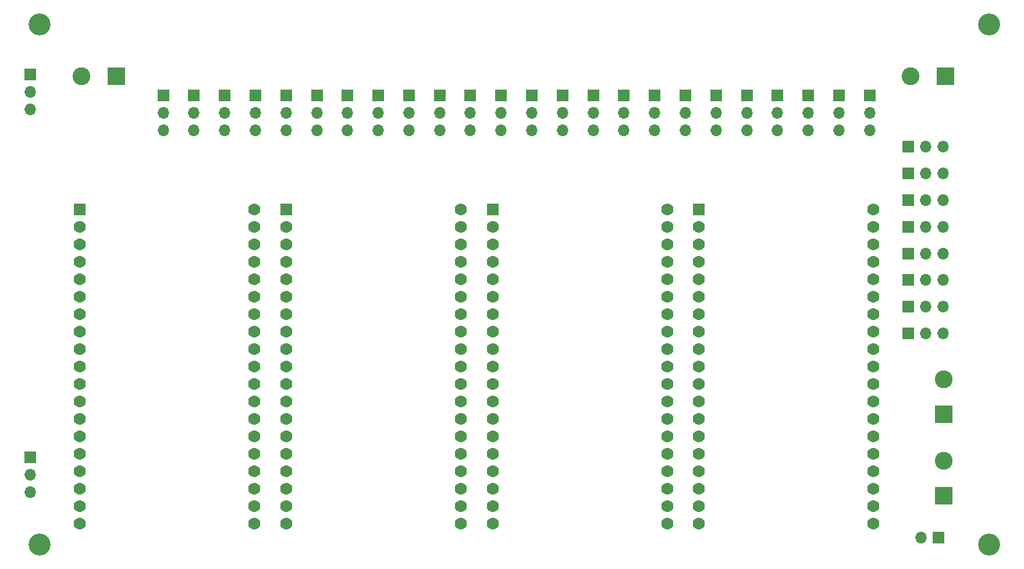
<source format=gbr>
%TF.GenerationSoftware,KiCad,Pcbnew,8.0.2-1*%
%TF.CreationDate,2025-01-09T15:56:50-05:00*%
%TF.ProjectId,C3P0_Controller_V1.1,43335030-5f43-46f6-9e74-726f6c6c6572,rev?*%
%TF.SameCoordinates,Original*%
%TF.FileFunction,Soldermask,Bot*%
%TF.FilePolarity,Negative*%
%FSLAX46Y46*%
G04 Gerber Fmt 4.6, Leading zero omitted, Abs format (unit mm)*
G04 Created by KiCad (PCBNEW 8.0.2-1) date 2025-01-09 15:56:50*
%MOMM*%
%LPD*%
G01*
G04 APERTURE LIST*
G04 Aperture macros list*
%AMRoundRect*
0 Rectangle with rounded corners*
0 $1 Rounding radius*
0 $2 $3 $4 $5 $6 $7 $8 $9 X,Y pos of 4 corners*
0 Add a 4 corners polygon primitive as box body*
4,1,4,$2,$3,$4,$5,$6,$7,$8,$9,$2,$3,0*
0 Add four circle primitives for the rounded corners*
1,1,$1+$1,$2,$3*
1,1,$1+$1,$4,$5*
1,1,$1+$1,$6,$7*
1,1,$1+$1,$8,$9*
0 Add four rect primitives between the rounded corners*
20,1,$1+$1,$2,$3,$4,$5,0*
20,1,$1+$1,$4,$5,$6,$7,0*
20,1,$1+$1,$6,$7,$8,$9,0*
20,1,$1+$1,$8,$9,$2,$3,0*%
G04 Aperture macros list end*
%ADD10R,1.700000X1.700000*%
%ADD11O,1.700000X1.700000*%
%ADD12RoundRect,0.102000X-0.780000X-0.780000X0.780000X-0.780000X0.780000X0.780000X-0.780000X0.780000X0*%
%ADD13C,1.764000*%
%ADD14C,3.200000*%
%ADD15R,2.600000X2.600000*%
%ADD16C,2.600000*%
G04 APERTURE END LIST*
D10*
%TO.C,J37*%
X204406000Y-93868285D03*
D11*
X206946000Y-93868285D03*
X209486000Y-93868285D03*
%TD*%
D10*
%TO.C,J36*%
X204406000Y-78310857D03*
D11*
X206946000Y-78310857D03*
X209486000Y-78310857D03*
%TD*%
D10*
%TO.C,J35*%
X204406000Y-101647000D03*
D11*
X206946000Y-101647000D03*
X209486000Y-101647000D03*
%TD*%
D10*
%TO.C,J34*%
X204406000Y-86089571D03*
D11*
X206946000Y-86089571D03*
X209486000Y-86089571D03*
%TD*%
D10*
%TO.C,J7*%
X185391025Y-67005000D03*
D11*
X185391025Y-69545000D03*
X185391025Y-72085000D03*
%TD*%
D10*
%TO.C,J21*%
X167514301Y-67005000D03*
D11*
X167514301Y-69545000D03*
X167514301Y-72085000D03*
%TD*%
D12*
%TO.C,U3*%
X143938000Y-83611000D03*
D13*
X143938000Y-86151000D03*
X143938000Y-88691000D03*
X143938000Y-91231000D03*
X143938000Y-93771000D03*
X143938000Y-96311000D03*
X143938000Y-98851000D03*
X143938000Y-101391000D03*
X143938000Y-103931000D03*
X143938000Y-106471000D03*
X143938000Y-109011000D03*
X143938000Y-111551000D03*
X143938000Y-114091000D03*
X143938000Y-116631000D03*
X143938000Y-119171000D03*
X143938000Y-121711000D03*
X143938000Y-124251000D03*
X143938000Y-126791000D03*
X143938000Y-129331000D03*
X169338000Y-83611000D03*
X169338000Y-86151000D03*
X169338000Y-88691000D03*
X169338000Y-91231000D03*
X169338000Y-93771000D03*
X169338000Y-96311000D03*
X169338000Y-98851000D03*
X169338000Y-101391000D03*
X169338000Y-103931000D03*
X169338000Y-106471000D03*
X169338000Y-109011000D03*
X169338000Y-111551000D03*
X169338000Y-114091000D03*
X169338000Y-116631000D03*
X169338000Y-119171000D03*
X169338000Y-121711000D03*
X169338000Y-124251000D03*
X169338000Y-126791000D03*
X169338000Y-129331000D03*
%TD*%
D10*
%TO.C,J29*%
X208835000Y-131365000D03*
D11*
X206295000Y-131365000D03*
%TD*%
D10*
%TO.C,J16*%
X118353310Y-67005000D03*
D11*
X118353310Y-69545000D03*
X118353310Y-72085000D03*
%TD*%
D10*
%TO.C,J5*%
X176452663Y-67005000D03*
D11*
X176452663Y-69545000D03*
X176452663Y-72085000D03*
%TD*%
D12*
%TO.C,U1*%
X83888000Y-83611000D03*
D13*
X83888000Y-86151000D03*
X83888000Y-88691000D03*
X83888000Y-91231000D03*
X83888000Y-93771000D03*
X83888000Y-96311000D03*
X83888000Y-98851000D03*
X83888000Y-101391000D03*
X83888000Y-103931000D03*
X83888000Y-106471000D03*
X83888000Y-109011000D03*
X83888000Y-111551000D03*
X83888000Y-114091000D03*
X83888000Y-116631000D03*
X83888000Y-119171000D03*
X83888000Y-121711000D03*
X83888000Y-124251000D03*
X83888000Y-126791000D03*
X83888000Y-129331000D03*
X109288000Y-83611000D03*
X109288000Y-86151000D03*
X109288000Y-88691000D03*
X109288000Y-91231000D03*
X109288000Y-93771000D03*
X109288000Y-96311000D03*
X109288000Y-98851000D03*
X109288000Y-101391000D03*
X109288000Y-103931000D03*
X109288000Y-106471000D03*
X109288000Y-109011000D03*
X109288000Y-111551000D03*
X109288000Y-114091000D03*
X109288000Y-116631000D03*
X109288000Y-119171000D03*
X109288000Y-121711000D03*
X109288000Y-124251000D03*
X109288000Y-126791000D03*
X109288000Y-129331000D03*
%TD*%
D10*
%TO.C,J30*%
X204406000Y-82200214D03*
D11*
X206946000Y-82200214D03*
X209486000Y-82200214D03*
%TD*%
D14*
%TO.C,REF\u002A\u002A*%
X216154000Y-132334000D03*
%TD*%
D10*
%TO.C,J15*%
X113884129Y-67005000D03*
D11*
X113884129Y-69545000D03*
X113884129Y-72085000D03*
%TD*%
D10*
%TO.C,J20*%
X163045120Y-67005000D03*
D11*
X163045120Y-69545000D03*
X163045120Y-72085000D03*
%TD*%
D10*
%TO.C,J2*%
X127291672Y-67005000D03*
D11*
X127291672Y-69545000D03*
X127291672Y-72085000D03*
%TD*%
D15*
%TO.C,J50*%
X89171000Y-64155000D03*
D16*
X84091000Y-64155000D03*
%TD*%
D10*
%TO.C,J19*%
X158575939Y-67005000D03*
D11*
X158575939Y-69545000D03*
X158575939Y-72085000D03*
%TD*%
D10*
%TO.C,J13*%
X104945767Y-67005000D03*
D11*
X104945767Y-69545000D03*
X104945767Y-72085000D03*
%TD*%
D10*
%TO.C,J33*%
X204406000Y-89978928D03*
D11*
X206946000Y-89978928D03*
X209486000Y-89978928D03*
%TD*%
D10*
%TO.C,J24*%
X145168396Y-67005000D03*
D11*
X145168396Y-69545000D03*
X145168396Y-72085000D03*
%TD*%
D10*
%TO.C,J11*%
X96007405Y-67005000D03*
D11*
X96007405Y-69545000D03*
X96007405Y-72085000D03*
%TD*%
D10*
%TO.C,J26*%
X76650000Y-119644000D03*
D11*
X76650000Y-122184000D03*
X76650000Y-124724000D03*
%TD*%
D10*
%TO.C,J22*%
X171983482Y-67005000D03*
D11*
X171983482Y-69545000D03*
X171983482Y-72085000D03*
%TD*%
D10*
%TO.C,J6*%
X180921844Y-67005000D03*
D11*
X180921844Y-69545000D03*
X180921844Y-72085000D03*
%TD*%
D12*
%TO.C,U4*%
X173963000Y-83611000D03*
D13*
X173963000Y-86151000D03*
X173963000Y-88691000D03*
X173963000Y-91231000D03*
X173963000Y-93771000D03*
X173963000Y-96311000D03*
X173963000Y-98851000D03*
X173963000Y-101391000D03*
X173963000Y-103931000D03*
X173963000Y-106471000D03*
X173963000Y-109011000D03*
X173963000Y-111551000D03*
X173963000Y-114091000D03*
X173963000Y-116631000D03*
X173963000Y-119171000D03*
X173963000Y-121711000D03*
X173963000Y-124251000D03*
X173963000Y-126791000D03*
X173963000Y-129331000D03*
X199363000Y-83611000D03*
X199363000Y-86151000D03*
X199363000Y-88691000D03*
X199363000Y-91231000D03*
X199363000Y-93771000D03*
X199363000Y-96311000D03*
X199363000Y-98851000D03*
X199363000Y-101391000D03*
X199363000Y-103931000D03*
X199363000Y-106471000D03*
X199363000Y-109011000D03*
X199363000Y-111551000D03*
X199363000Y-114091000D03*
X199363000Y-116631000D03*
X199363000Y-119171000D03*
X199363000Y-121711000D03*
X199363000Y-124251000D03*
X199363000Y-126791000D03*
X199363000Y-129331000D03*
%TD*%
D11*
%TO.C,J32*%
X209486000Y-74421500D03*
X206946000Y-74421500D03*
D10*
X204406000Y-74421500D03*
%TD*%
%TO.C,J3*%
X131760853Y-67005000D03*
D11*
X131760853Y-69545000D03*
X131760853Y-72085000D03*
%TD*%
D10*
%TO.C,J1*%
X122822491Y-67005000D03*
D11*
X122822491Y-69545000D03*
X122822491Y-72085000D03*
%TD*%
D10*
%TO.C,J18*%
X154106758Y-67005000D03*
D11*
X154106758Y-69545000D03*
X154106758Y-72085000D03*
%TD*%
D10*
%TO.C,J23*%
X140699215Y-67005000D03*
D11*
X140699215Y-69545000D03*
X140699215Y-72085000D03*
%TD*%
D10*
%TO.C,J4*%
X136230034Y-67005000D03*
D11*
X136230034Y-69545000D03*
X136230034Y-72085000D03*
%TD*%
D14*
%TO.C,REF\u002A\u002A*%
X77978000Y-132334000D03*
%TD*%
D10*
%TO.C,J17*%
X149637577Y-67005000D03*
D11*
X149637577Y-69545000D03*
X149637577Y-72085000D03*
%TD*%
D15*
%TO.C,J51*%
X209567000Y-125267000D03*
D16*
X209567000Y-120187000D03*
%TD*%
D15*
%TO.C,J27*%
X209821000Y-64155000D03*
D16*
X204741000Y-64155000D03*
%TD*%
D14*
%TO.C,REF\u002A\u002A*%
X216154000Y-56642000D03*
%TD*%
D10*
%TO.C,J9*%
X194329387Y-67005000D03*
D11*
X194329387Y-69545000D03*
X194329387Y-72085000D03*
%TD*%
D15*
%TO.C,J28*%
X209567000Y-113353000D03*
D16*
X209567000Y-108273000D03*
%TD*%
D10*
%TO.C,J12*%
X100476586Y-67005000D03*
D11*
X100476586Y-69545000D03*
X100476586Y-72085000D03*
%TD*%
D12*
%TO.C,U2*%
X113913000Y-83611000D03*
D13*
X113913000Y-86151000D03*
X113913000Y-88691000D03*
X113913000Y-91231000D03*
X113913000Y-93771000D03*
X113913000Y-96311000D03*
X113913000Y-98851000D03*
X113913000Y-101391000D03*
X113913000Y-103931000D03*
X113913000Y-106471000D03*
X113913000Y-109011000D03*
X113913000Y-111551000D03*
X113913000Y-114091000D03*
X113913000Y-116631000D03*
X113913000Y-119171000D03*
X113913000Y-121711000D03*
X113913000Y-124251000D03*
X113913000Y-126791000D03*
X113913000Y-129331000D03*
X139313000Y-83611000D03*
X139313000Y-86151000D03*
X139313000Y-88691000D03*
X139313000Y-91231000D03*
X139313000Y-93771000D03*
X139313000Y-96311000D03*
X139313000Y-98851000D03*
X139313000Y-101391000D03*
X139313000Y-103931000D03*
X139313000Y-106471000D03*
X139313000Y-109011000D03*
X139313000Y-111551000D03*
X139313000Y-114091000D03*
X139313000Y-116631000D03*
X139313000Y-119171000D03*
X139313000Y-121711000D03*
X139313000Y-124251000D03*
X139313000Y-126791000D03*
X139313000Y-129331000D03*
%TD*%
D14*
%TO.C,REF\u002A\u002A*%
X77978000Y-56642000D03*
%TD*%
D10*
%TO.C,J14*%
X109414948Y-67005000D03*
D11*
X109414948Y-69545000D03*
X109414948Y-72085000D03*
%TD*%
D10*
%TO.C,J31*%
X204406000Y-97757642D03*
D11*
X206946000Y-97757642D03*
X209486000Y-97757642D03*
%TD*%
D10*
%TO.C,J10*%
X198798569Y-67005000D03*
D11*
X198798569Y-69545000D03*
X198798569Y-72085000D03*
%TD*%
D10*
%TO.C,J25*%
X76650000Y-63944000D03*
D11*
X76650000Y-66484000D03*
X76650000Y-69024000D03*
%TD*%
D10*
%TO.C,J8*%
X189860206Y-67005000D03*
D11*
X189860206Y-69545000D03*
X189860206Y-72085000D03*
%TD*%
M02*

</source>
